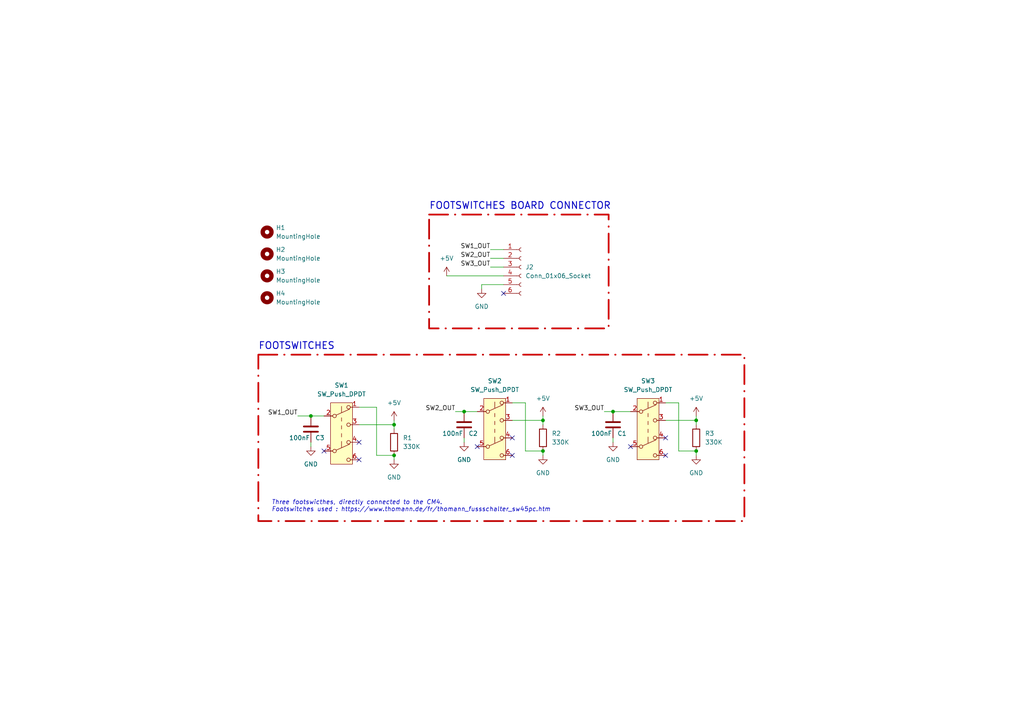
<source format=kicad_sch>
(kicad_sch (version 20230121) (generator eeschema)
  (paper "A4")
  (title_block (title "Bridge - Footswitch Board") (date "2024-02-04") (rev "v01") (company "CanyonTeam") (comment 1 "Author : Clément MESLIF - Romain HUET"))
  (lib_symbols
    (symbol "Connector:Conn_01x06_Socket" (pin_names (offset 1.016) hide)
      (property "Reference" "J" (at 0 7.62 0))
      (property "Value" "Conn_01x06_Socket" (at 0 -10.16 0))
      (symbol "Conn_01x06_Socket_1_1"
        (arc (start 0 -7.112) (mid -0.5058 -7.62) (end 0 -8.128) (stroke (width 0.1524)))
        (arc (start 0 -4.572) (mid -0.5058 -5.08) (end 0 -5.588) (stroke (width 0.1524)))
        (arc (start 0 -2.032) (mid -0.5058 -2.54) (end 0 -3.048) (stroke (width 0.1524)))
        (polyline (pts (xy -1.27 -7.62) (xy -0.508 -7.62)) (stroke (width 0.1524)))
        (polyline (pts (xy -1.27 -5.08) (xy -0.508 -5.08)) (stroke (width 0.1524)))
        (polyline (pts (xy -1.27 -2.54) (xy -0.508 -2.54)) (stroke (width 0.1524)))
        (polyline (pts (xy -1.27 0) (xy -0.508 0)) (stroke (width 0.1524)))
        (polyline (pts (xy -1.27 2.54) (xy -0.508 2.54)) (stroke (width 0.1524)))
        (polyline (pts (xy -1.27 5.08) (xy -0.508 5.08)) (stroke (width 0.1524)))
        (arc (start 0 0.508) (mid -0.5058 0) (end 0 -0.508) (stroke (width 0.1524)))
        (arc (start 0 3.048) (mid -0.5058 2.54) (end 0 2.032) (stroke (width 0.1524)))
        (arc (start 0 5.588) (mid -0.5058 5.08) (end 0 4.572) (stroke (width 0.1524)))
        (pin passive line (at -5.08 5.08 0) (length 3.81) (name "Pin_1") (number "1"))
        (pin passive line (at -5.08 2.54 0) (length 3.81) (name "Pin_2") (number "2"))
        (pin passive line (at -5.08 0 0) (length 3.81) (name "Pin_3") (number "3"))
        (pin passive line (at -5.08 -2.54 0) (length 3.81) (name "Pin_4") (number "4"))
        (pin passive line (at -5.08 -5.08 0) (length 3.81) (name "Pin_5") (number "5"))
        (pin passive line (at -5.08 -7.62 0) (length 3.81) (name "Pin_6") (number "6"))
      )
    )
    (symbol "Device:C" (pin_numbers hide) (pin_names (offset 0.254))
      (property "Reference" "C" (at 0.635 2.54 0))
      (property "Value" "C" (at 0.635 -2.54 0))
      (symbol "C_0_1"
        (polyline (pts (xy -2.032 -0.762) (xy 2.032 -0.762)) (stroke (width 0.508)))
        (polyline (pts (xy -2.032 0.762) (xy 2.032 0.762)) (stroke (width 0.508)))
      )
      (symbol "C_1_1"
        (pin passive line (at 0 3.81 270) (length 2.794) (name "~") (number "1"))
        (pin passive line (at 0 -3.81 90) (length 2.794) (name "~") (number "2"))
      )
    )
    (symbol "Device:R" (pin_numbers hide) (pin_names (offset 0))
      (property "Reference" "R" (at 2.032 0 90))
      (property "Value" "R" (at 0 0 90))
      (symbol "R_0_1"
        (rectangle (start -1.016 -2.54) (end 1.016 2.54) (stroke (width 0.254)))
      )
      (symbol "R_1_1"
        (pin passive line (at 0 3.81 270) (length 1.27) (name "~") (number "1"))
        (pin passive line (at 0 -3.81 90) (length 1.27) (name "~") (number "2"))
      )
    )
    (symbol "Mechanical:MountingHole" (pin_names (offset 1.016))
      (property "Reference" "H" (at 0 5.08 0))
      (property "Value" "MountingHole" (at 0 3.175 0))
      (symbol "MountingHole_0_1"
        (circle (center 0 0) (radius 1.27) (stroke (width 1.27)))
      )
    )
    (symbol "Switch:SW_Push_DPDT" (pin_names (offset 0) hide)
      (property "Reference" "SW" (at 0 10.16 0))
      (property "Value" "SW_Push_DPDT" (at 0 -10.16 0))
      (symbol "SW_Push_DPDT_0_0"
        (circle (center -2.032 -5.08) (radius 0.508))
        (circle (center -2.032 5.08) (radius 0.508))
        (circle (center 2.032 -7.62) (radius 0.508))
        (circle (center 2.032 2.54) (radius 0.508))
      )
      (symbol "SW_Push_DPDT_0_1"
        (polyline (pts (xy -1.524 -4.826) (xy 2.3368 -3.0988)))
        (polyline (pts (xy -1.524 5.334) (xy 2.3368 7.0612)))
        (polyline (pts (xy 0 -2.286) (xy 0 -4.064)))
        (polyline (pts (xy 0 -1.016) (xy 0 0)))
        (polyline (pts (xy 0 1.27) (xy 0 2.286)))
        (polyline (pts (xy 0 3.556) (xy 0 4.572)))
        (polyline (pts (xy 0 7.874) (xy 0 6.096)))
        (circle (center 2.032 -2.54) (radius 0.508))
        (circle (center 2.032 7.62) (radius 0.508))
      )
      (symbol "SW_Push_DPDT_1_1"
        (rectangle (start -3.175 8.89) (end 3.175 -8.89) (fill (type background)))
        (pin passive line (at 5.08 7.62 180) (length 2.54) (name "A") (number "1"))
        (pin passive line (at -5.08 5.08 0) (length 2.54) (name "B") (number "2"))
        (pin passive line (at 5.08 2.54 180) (length 2.54) (name "C") (number "3"))
        (pin passive line (at 5.08 -2.54 180) (length 2.54) (name "A") (number "4"))
        (pin passive line (at -5.08 -5.08 0) (length 2.54) (name "B") (number "5"))
        (pin passive line (at 5.08 -7.62 180) (length 2.54) (name "C") (number "6"))
      )
    )
    (symbol "power:+5V" (power) (pin_names (offset 0))
      (property "Value" "+5V" (at 0 3.556 0))
      (symbol "+5V_0_1"
        (polyline (pts (xy -0.762 1.27) (xy 0 2.54)))
        (polyline (pts (xy 0 0) (xy 0 2.54)))
        (polyline (pts (xy 0 2.54) (xy 0.762 1.27)))
      )
      (symbol "+5V_1_1"
        (pin power_in line (at 0 0 90) (length 0) hide (name "+5V") (number "1"))
      )
    )
    (symbol "power:GND" (power) (pin_names (offset 0))
      (property "Value" "GND" (at 0 -3.81 0))
      (symbol "GND_0_1"
        (polyline (pts (xy 0 0) (xy 0 -1.27) (xy 1.27 -1.27) (xy 0 -2.54) (xy -1.27 -1.27) (xy 0 -1.27)))
      )
      (symbol "GND_1_1"
        (pin power_in line (at 0 0 270) (length 0) hide (name "GND") (number "1"))
      )
    )
  )
  (junction (at 114.3 123.19))
  (junction (at 114.3 132.08))
  (junction (at 157.48 121.92))
  (junction (at 157.48 130.81))
  (junction (at 90.17 120.65))
  (junction (at 201.93 130.81))
  (junction (at 177.8 119.38))
  (junction (at 201.93 121.92))
  (junction (at 134.62 119.38))
  (no_connect (at 182.88 129.54))
  (no_connect (at 193.04 132.08))
  (no_connect (at 148.59 127))
  (no_connect (at 93.98 130.81))
  (no_connect (at 146.05 85.09))
  (no_connect (at 138.43 129.54))
  (no_connect (at 104.14 133.35))
  (no_connect (at 193.04 127))
  (no_connect (at 104.14 128.27))
  (no_connect (at 148.59 132.08))
  (wire (pts (xy 196.85 130.81) (xy 201.93 130.81)))
  (wire (pts (xy 157.48 121.92) (xy 157.48 123.19)))
  (wire (pts (xy 157.48 130.81) (xy 157.48 132.08)))
  (wire (pts (xy 177.8 119.38) (xy 182.88 119.38)))
  (wire (pts (xy 139.7 82.55) (xy 146.05 82.55)))
  (wire (pts (xy 152.4 116.84) (xy 152.4 130.81)))
  (wire (pts (xy 139.7 83.82) (xy 139.7 82.55)))
  (wire (pts (xy 134.62 128.27) (xy 134.62 127)))
  (wire (pts (xy 175.26 119.38) (xy 177.8 119.38)))
  (wire (pts (xy 132.08 119.38) (xy 134.62 119.38)))
  (wire (pts (xy 142.24 74.93) (xy 146.05 74.93)))
  (wire (pts (xy 193.04 121.92) (xy 201.93 121.92)))
  (wire (pts (xy 114.3 121.92) (xy 114.3 123.19)))
  (wire (pts (xy 104.14 118.11) (xy 109.22 118.11)))
  (wire (pts (xy 152.4 130.81) (xy 157.48 130.81)))
  (wire (pts (xy 142.24 72.39) (xy 146.05 72.39)))
  (wire (pts (xy 201.93 121.92) (xy 201.93 123.19)))
  (wire (pts (xy 148.59 116.84) (xy 152.4 116.84)))
  (wire (pts (xy 114.3 123.19) (xy 114.3 124.46)))
  (wire (pts (xy 109.22 118.11) (xy 109.22 132.08)))
  (wire (pts (xy 129.54 80.01) (xy 146.05 80.01)))
  (wire (pts (xy 177.8 128.27) (xy 177.8 127)))
  (wire (pts (xy 148.59 121.92) (xy 157.48 121.92)))
  (wire (pts (xy 201.93 120.65) (xy 201.93 121.92)))
  (wire (pts (xy 157.48 120.65) (xy 157.48 121.92)))
  (wire (pts (xy 86.36 120.65) (xy 90.17 120.65)))
  (wire (pts (xy 109.22 132.08) (xy 114.3 132.08)))
  (wire (pts (xy 142.24 77.47) (xy 146.05 77.47)))
  (wire (pts (xy 134.62 119.38) (xy 138.43 119.38)))
  (wire (pts (xy 114.3 132.08) (xy 114.3 133.35)))
  (wire (pts (xy 90.17 120.65) (xy 93.98 120.65)))
  (wire (pts (xy 201.93 130.81) (xy 201.93 132.08)))
  (wire (pts (xy 90.17 129.54) (xy 90.17 128.27)))
  (wire (pts (xy 104.14 123.19) (xy 114.3 123.19)))
  (wire (pts (xy 196.85 116.84) (xy 196.85 130.81)))
  (wire (pts (xy 193.04 116.84) (xy 196.85 116.84)))
  (rectangle (start 124.46 62.23) (end 176.53 95.25) (stroke (width 0.5) (type dash_dot) (color 194 0 0 1)))
  (rectangle (start 74.93 102.87) (end 215.9 151.13) (stroke (width 0.5) (type dash_dot) (color 194 0 0 1)))
  (text "FOOTSWITCHES BOARD CONNECTOR" (at 124.46 60.96 0) (effects (font (size 2 2) (thickness 0.254) bold) (justify left bottom)))
  (text "Three footswicthes, directly connected to the CM4. \nFootswitches used : https://www.thomann.de/fr/thomann_fussschalter_sw45pc.htm" (at 78.74 148.59 0) (effects (font (size 1.27 1.27) italic) (justify left bottom)))
  (text "FOOTSWITCHES\n" (at 74.93 101.6 0) (effects (font (size 2 2) (thickness 0.254) bold) (justify left bottom)))
  (label "SW1_OUT" (at 86.36 120.65 180))
  (label "SW2_OUT" (at 142.24 74.93 180))
  (label "SW3_OUT" (at 175.26 119.38 180))
  (label "SW1_OUT" (at 142.24 72.39 180))
  (label "SW3_OUT" (at 142.24 77.47 180))
  (label "SW2_OUT" (at 132.08 119.38 180))
  (symbol (lib_id "Mechanical:MountingHole") (at 77.47 73.66 0) (unit 1)
    (property "Reference" "H2" (at 80.01 72.39 0) (effects (justify left)))
    (property "Value" "MountingHole" (at 80.01 74.93 0) (effects (justify left)))
    (property "Footprint" "MountingHole:MountingHole_2.2mm_M2" (effects hide))
  )
  (symbol (lib_id "power:GND") (at 90.17 129.54 0) (unit 1)
    (property "Reference" "#PWR011" (effects hide))
    (property "Value" "GND" (at 90.17 134.62 0))
  )
  (symbol (lib_id "power:GND") (at 114.3 133.35 0) (unit 1)
    (property "Reference" "#PWR04" (effects hide))
    (property "Value" "GND" (at 114.3 138.43 0))
  )
  (symbol (lib_id "power:GND") (at 201.93 132.08 0) (unit 1)
    (property "Reference" "#PWR08" (effects hide))
    (property "Value" "GND" (at 201.93 137.16 0))
  )
  (symbol (lib_id "Mechanical:MountingHole") (at 77.47 67.31 0) (unit 1)
    (property "Reference" "H1" (at 80.01 66.04 0) (effects (justify left)))
    (property "Value" "MountingHole" (at 80.01 68.58 0) (effects (justify left)))
    (property "Footprint" "MountingHole:MountingHole_2.2mm_M2" (effects hide))
  )
  (symbol (lib_id "power:+5V") (at 157.48 120.65 0) (unit 1)
    (property "Reference" "#PWR05" (effects hide))
    (property "Value" "+5V" (at 157.48 115.57 0))
  )
  (symbol (lib_id "Device:C") (at 177.8 123.19 0) (unit 1)
    (property "Reference" "C1" (at 179.07 125.73 0) (effects (justify left)))
    (property "Value" "100nF" (at 171.45 125.73 0) (effects (justify left)))
    (property "Footprint" "Capacitor_SMD:C_0402_1005Metric" (effects hide))
  )
  (symbol (lib_id "power:+5V") (at 129.54 80.01 0) (unit 1)
    (property "Reference" "#PWR01" (effects hide))
    (property "Value" "+5V" (at 129.54 74.93 0))
  )
  (symbol (lib_id "Switch:SW_Push_DPDT") (at 143.51 124.46 0) (unit 1)
    (property "Reference" "SW2" (at 143.51 110.49 0))
    (property "Value" "SW_Push_DPDT" (at 143.51 113.03 0))
    (property "Footprint" "Switch2_DPDT:Switch 2 DPDT" (effects hide))
  )
  (symbol (lib_id "power:+5V") (at 114.3 121.92 0) (unit 1)
    (property "Reference" "#PWR03" (effects hide))
    (property "Value" "+5V" (at 114.3 116.84 0))
  )
  (symbol (lib_id "Device:R") (at 114.3 128.27 0) (unit 1)
    (property "Reference" "R1" (at 116.84 127 0) (effects (justify left)))
    (property "Value" "330K" (at 116.84 129.54 0) (effects (justify left)))
    (property "Footprint" "Resistor_SMD:R_0603_1608Metric" (effects hide))
  )
  (symbol (lib_id "Switch:SW_Push_DPDT") (at 99.06 125.73 0) (unit 1)
    (property "Reference" "SW1" (at 99.06 111.76 0))
    (property "Value" "SW_Push_DPDT" (at 99.06 114.3 0))
    (property "Footprint" "Switch2_DPDT:Switch 2 DPDT" (effects hide))
  )
  (symbol (lib_id "power:GND") (at 134.62 128.27 0) (unit 1)
    (property "Reference" "#PWR010" (effects hide))
    (property "Value" "GND" (at 134.62 133.35 0))
  )
  (symbol (lib_id "power:GND") (at 139.7 83.82 0) (unit 1)
    (property "Reference" "#PWR02" (effects hide))
    (property "Value" "GND" (at 139.7 88.9 0))
  )
  (symbol (lib_id "Device:R") (at 201.93 127 0) (unit 1)
    (property "Reference" "R3" (at 204.47 125.73 0) (effects (justify left)))
    (property "Value" "330K" (at 204.47 128.27 0) (effects (justify left)))
    (property "Footprint" "Resistor_SMD:R_0603_1608Metric" (effects hide))
  )
  (symbol (lib_id "power:GND") (at 177.8 128.27 0) (unit 1)
    (property "Reference" "#PWR09" (effects hide))
    (property "Value" "GND" (at 177.8 133.35 0))
  )
  (symbol (lib_id "Connector:Conn_01x06_Socket") (at 151.13 77.47 0) (unit 1)
    (property "Reference" "J2" (at 152.4 77.47 0) (effects (justify left)))
    (property "Value" "Conn_01x06_Socket" (at 152.4 80.01 0) (effects (justify left)))
    (property "Footprint" "Connector_FFC-FPC:Hirose_FH12-6S-0.5SH_1x06-1MP_P0.50mm_Horizontal" (effects hide))
  )
  (symbol (lib_id "power:GND") (at 157.48 132.08 0) (unit 1)
    (property "Reference" "#PWR06" (effects hide))
    (property "Value" "GND" (at 157.48 137.16 0))
  )
  (symbol (lib_id "Mechanical:MountingHole") (at 77.47 80.01 0) (unit 1)
    (property "Reference" "H3" (at 80.01 78.74 0) (effects (justify left)))
    (property "Value" "MountingHole" (at 80.01 81.28 0) (effects (justify left)))
    (property "Footprint" "MountingHole:MountingHole_2.2mm_M2" (effects hide))
  )
  (symbol (lib_id "Device:C") (at 90.17 124.46 0) (unit 1)
    (property "Reference" "C3" (at 91.44 127 0) (effects (justify left)))
    (property "Value" "100nF" (at 83.82 127 0) (effects (justify left)))
    (property "Footprint" "Capacitor_SMD:C_0402_1005Metric" (effects hide))
  )
  (symbol (lib_id "Device:R") (at 157.48 127 0) (unit 1)
    (property "Reference" "R2" (at 160.02 125.73 0) (effects (justify left)))
    (property "Value" "330K" (at 160.02 128.27 0) (effects (justify left)))
    (property "Footprint" "Resistor_SMD:R_0603_1608Metric" (effects hide))
  )
  (symbol (lib_id "Device:C") (at 134.62 123.19 0) (unit 1)
    (property "Reference" "C2" (at 135.89 125.73 0) (effects (justify left)))
    (property "Value" "100nF" (at 128.27 125.73 0) (effects (justify left)))
    (property "Footprint" "Capacitor_SMD:C_0402_1005Metric" (effects hide))
  )
  (symbol (lib_id "Mechanical:MountingHole") (at 77.47 86.36 0) (unit 1)
    (property "Reference" "H4" (at 80.01 85.09 0) (effects (justify left)))
    (property "Value" "MountingHole" (at 80.01 87.63 0) (effects (justify left)))
    (property "Footprint" "MountingHole:MountingHole_2.2mm_M2" (effects hide))
  )
  (symbol (lib_id "power:+5V") (at 201.93 120.65 0) (unit 1)
    (property "Reference" "#PWR07" (effects hide))
    (property "Value" "+5V" (at 201.93 115.57 0))
  )
  (symbol (lib_id "Switch:SW_Push_DPDT") (at 187.96 124.46 0) (unit 1)
    (property "Reference" "SW3" (at 187.96 110.49 0))
    (property "Value" "SW_Push_DPDT" (at 187.96 113.03 0))
    (property "Footprint" "Switch2_DPDT:Switch 2 DPDT" (effects hide))
  )
)
</source>
